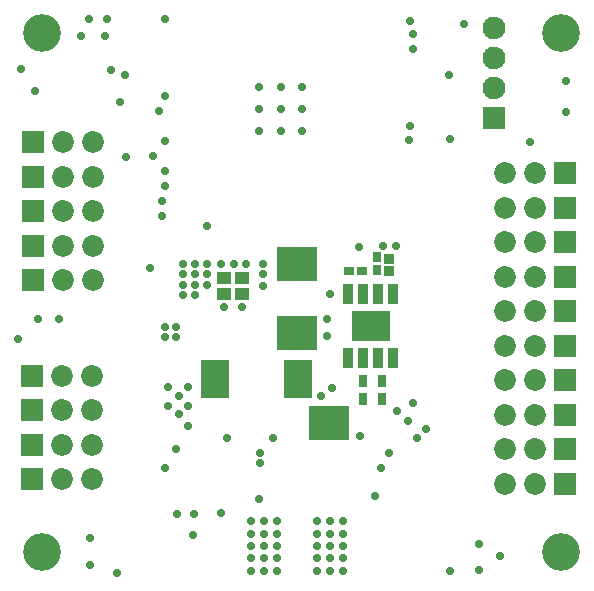
<source format=gbs>
G04*
G04 #@! TF.GenerationSoftware,Altium Limited,Altium Designer,24.6.1 (21)*
G04*
G04 Layer_Color=16711935*
%FSLAX42Y42*%
%MOMM*%
G71*
G04*
G04 #@! TF.SameCoordinates,A6C07601-EB4F-4E80-B680-5A307C7D7090*
G04*
G04*
G04 #@! TF.FilePolarity,Negative*
G04*
G01*
G75*
%ADD41R,3.40X2.85*%
%ADD48R,0.80X0.90*%
%ADD50C,1.85*%
%ADD51R,1.85X1.85*%
%ADD52C,1.93*%
%ADD53R,1.93X1.93*%
%ADD54C,0.70*%
%ADD55C,3.20*%
%ADD79R,3.40X2.95*%
%ADD80R,3.20X2.50*%
%ADD81R,0.90X1.72*%
%ADD82R,2.40X3.30*%
%ADD83R,0.82X0.82*%
%ADD84R,0.74X1.14*%
%ADD85R,0.95X0.80*%
%ADD86R,1.22X1.09*%
D41*
X2731Y1391D02*
D03*
D48*
X3137Y2798D02*
D03*
Y2688D02*
D03*
D50*
X737Y3188D02*
D03*
X483D02*
D03*
X737Y2603D02*
D03*
X483D02*
D03*
X470Y918D02*
D03*
Y1795D02*
D03*
Y1503D02*
D03*
Y1210D02*
D03*
X4480Y2342D02*
D03*
X483Y2896D02*
D03*
X4480Y3218D02*
D03*
Y1466D02*
D03*
X483Y3772D02*
D03*
Y3480D02*
D03*
X4480Y882D02*
D03*
Y1174D02*
D03*
Y3511D02*
D03*
Y2634D02*
D03*
Y2050D02*
D03*
Y1758D02*
D03*
Y2926D02*
D03*
X724Y918D02*
D03*
X4226Y1174D02*
D03*
Y2050D02*
D03*
X724Y1503D02*
D03*
Y1210D02*
D03*
Y1795D02*
D03*
X4226Y882D02*
D03*
Y1466D02*
D03*
Y1758D02*
D03*
Y2342D02*
D03*
Y2634D02*
D03*
Y2926D02*
D03*
Y3218D02*
D03*
Y3511D02*
D03*
X737Y2896D02*
D03*
Y3772D02*
D03*
Y3480D02*
D03*
D51*
X229Y3188D02*
D03*
Y2603D02*
D03*
X4734Y1466D02*
D03*
Y2342D02*
D03*
Y3218D02*
D03*
X229Y2896D02*
D03*
X4734Y1174D02*
D03*
Y3511D02*
D03*
X229Y3772D02*
D03*
X216Y1503D02*
D03*
Y1210D02*
D03*
X4734Y2050D02*
D03*
Y2634D02*
D03*
X229Y3480D02*
D03*
X4734Y882D02*
D03*
Y1758D02*
D03*
Y2926D02*
D03*
X216Y1795D02*
D03*
Y918D02*
D03*
D52*
X4128Y4229D02*
D03*
Y4483D02*
D03*
Y4737D02*
D03*
D53*
Y3975D02*
D03*
D54*
X2999Y1285D02*
D03*
X4181Y268D02*
D03*
X1016Y3645D02*
D03*
X3305Y1493D02*
D03*
X3175Y2159D02*
D03*
X2997D02*
D03*
X3175Y2273D02*
D03*
X2997D02*
D03*
X1439Y1178D02*
D03*
X2743Y2489D02*
D03*
X4432Y3772D02*
D03*
X1321Y3277D02*
D03*
Y3150D02*
D03*
X3124Y775D02*
D03*
X3239Y1143D02*
D03*
X1219Y2705D02*
D03*
X1245Y3658D02*
D03*
X2718Y2134D02*
D03*
X1295Y4039D02*
D03*
X3759Y140D02*
D03*
X3416Y3912D02*
D03*
X3414Y3787D02*
D03*
X3759Y3797D02*
D03*
X3302Y2896D02*
D03*
X3556Y1346D02*
D03*
X3480Y1270D02*
D03*
X1842Y2375D02*
D03*
X1994D02*
D03*
X2984Y2883D02*
D03*
X2718Y2273D02*
D03*
X1346Y2210D02*
D03*
Y2121D02*
D03*
X1435D02*
D03*
Y2210D02*
D03*
X2756Y1689D02*
D03*
X3442Y1562D02*
D03*
X3188Y2896D02*
D03*
X4737Y4293D02*
D03*
Y4026D02*
D03*
X967Y4117D02*
D03*
X243Y4206D02*
D03*
X446Y2275D02*
D03*
X269D02*
D03*
X2136Y751D02*
D03*
X711Y419D02*
D03*
Y190D02*
D03*
X1818Y637D02*
D03*
X1577Y446D02*
D03*
X4001Y152D02*
D03*
Y368D02*
D03*
X1372Y1702D02*
D03*
Y1537D02*
D03*
X1460Y1626D02*
D03*
Y1473D02*
D03*
X1346Y1016D02*
D03*
X2667Y1626D02*
D03*
X1702Y3061D02*
D03*
X940Y127D02*
D03*
X1448Y622D02*
D03*
X1588D02*
D03*
X2146Y1143D02*
D03*
X2259Y1269D02*
D03*
X1537Y1372D02*
D03*
Y1537D02*
D03*
Y1702D02*
D03*
X3404Y1410D02*
D03*
X102Y2108D02*
D03*
X2831Y1476D02*
D03*
Y1396D02*
D03*
Y1316D02*
D03*
X2631Y1476D02*
D03*
X2731D02*
D03*
Y1396D02*
D03*
Y1316D02*
D03*
X2631Y1396D02*
D03*
Y1316D02*
D03*
X2504Y3868D02*
D03*
X2324Y3871D02*
D03*
X2141D02*
D03*
X2504Y4054D02*
D03*
X2324Y4056D02*
D03*
X2141D02*
D03*
X2504Y4237D02*
D03*
X2324Y4239D02*
D03*
X2141D02*
D03*
X838Y4674D02*
D03*
X1003Y4343D02*
D03*
X889Y4381D02*
D03*
X1499Y2476D02*
D03*
Y2565D02*
D03*
Y2654D02*
D03*
Y2743D02*
D03*
X3416Y4801D02*
D03*
X1346Y4813D02*
D03*
X635Y4674D02*
D03*
X699Y4813D02*
D03*
X851D02*
D03*
X127Y4394D02*
D03*
X3874Y4775D02*
D03*
X3175Y1016D02*
D03*
X1600Y2743D02*
D03*
X1702D02*
D03*
X1930D02*
D03*
X1816D02*
D03*
X2172D02*
D03*
X1600Y2476D02*
D03*
X1702Y2565D02*
D03*
X2172Y2553D02*
D03*
Y2654D02*
D03*
X1600Y2565D02*
D03*
X2032Y2743D02*
D03*
X1600Y2654D02*
D03*
X1702D02*
D03*
X2146Y1054D02*
D03*
X1346Y3785D02*
D03*
Y3404D02*
D03*
Y3531D02*
D03*
Y4166D02*
D03*
X2743Y356D02*
D03*
X2633Y566D02*
D03*
X2743D02*
D03*
X2853D02*
D03*
X2633Y456D02*
D03*
X2743D02*
D03*
X2853D02*
D03*
X2633Y356D02*
D03*
X2853D02*
D03*
X2633Y256D02*
D03*
X2743D02*
D03*
X2853D02*
D03*
X2633Y146D02*
D03*
X2743D02*
D03*
X2853D02*
D03*
X1867Y1270D02*
D03*
X3442Y4559D02*
D03*
X3747Y4343D02*
D03*
X3442Y4686D02*
D03*
X2294Y146D02*
D03*
X2184D02*
D03*
X2074D02*
D03*
X2294Y256D02*
D03*
X2184D02*
D03*
X2074D02*
D03*
X2294Y356D02*
D03*
X2074D02*
D03*
X2294Y456D02*
D03*
X2184D02*
D03*
X2074D02*
D03*
X2294Y566D02*
D03*
X2184D02*
D03*
X2074D02*
D03*
X2184Y356D02*
D03*
D55*
X300Y4700D02*
D03*
Y300D02*
D03*
X4700D02*
D03*
Y4700D02*
D03*
D79*
X2464Y2161D02*
D03*
Y2741D02*
D03*
D80*
X3086Y2215D02*
D03*
D81*
X2896Y2486D02*
D03*
X3023D02*
D03*
X3150D02*
D03*
X3277D02*
D03*
Y1943D02*
D03*
X3150D02*
D03*
X3023D02*
D03*
X2896D02*
D03*
D82*
X2471Y1765D02*
D03*
X1771D02*
D03*
D83*
X3238Y2781D02*
D03*
Y2681D02*
D03*
D84*
X3019Y1600D02*
D03*
X3179D02*
D03*
X3019Y1753D02*
D03*
X3179D02*
D03*
D85*
X3014Y2680D02*
D03*
X2904D02*
D03*
D86*
X1842Y2620D02*
D03*
Y2486D02*
D03*
X1994Y2620D02*
D03*
Y2486D02*
D03*
M02*

</source>
